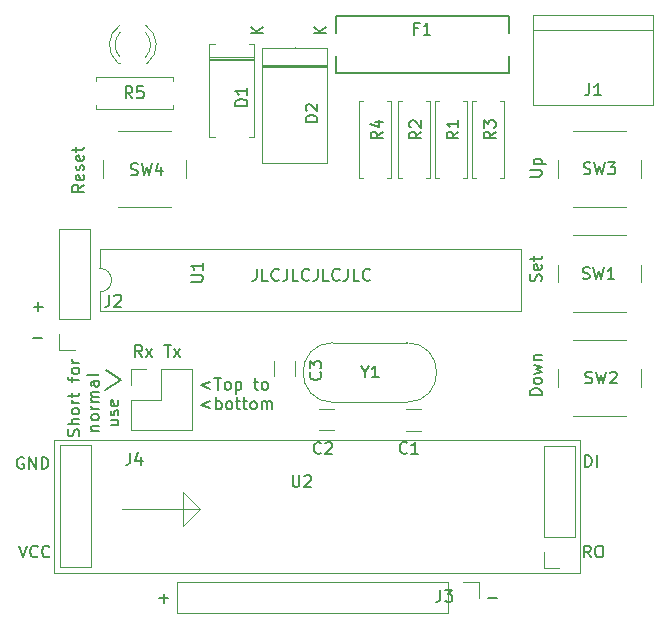
<source format=gbr>
%TF.GenerationSoftware,KiCad,Pcbnew,(5.1.9)-1*%
%TF.CreationDate,2021-02-09T22:22:39+00:00*%
%TF.ProjectId,DMX Relay,444d5820-5265-46c6-9179-2e6b69636164,rev?*%
%TF.SameCoordinates,Original*%
%TF.FileFunction,Legend,Top*%
%TF.FilePolarity,Positive*%
%FSLAX46Y46*%
G04 Gerber Fmt 4.6, Leading zero omitted, Abs format (unit mm)*
G04 Created by KiCad (PCBNEW (5.1.9)-1) date 2021-02-09 22:22:39*
%MOMM*%
%LPD*%
G01*
G04 APERTURE LIST*
%ADD10C,0.150000*%
%ADD11C,0.120000*%
%ADD12C,0.127000*%
G04 APERTURE END LIST*
D10*
X78997500Y-55430714D02*
X78235595Y-55716428D01*
X78997500Y-56002142D01*
X79330833Y-55097380D02*
X79902261Y-55097380D01*
X79616547Y-56097380D02*
X79616547Y-55097380D01*
X80378452Y-56097380D02*
X80283214Y-56049761D01*
X80235595Y-56002142D01*
X80187976Y-55906904D01*
X80187976Y-55621190D01*
X80235595Y-55525952D01*
X80283214Y-55478333D01*
X80378452Y-55430714D01*
X80521309Y-55430714D01*
X80616547Y-55478333D01*
X80664166Y-55525952D01*
X80711785Y-55621190D01*
X80711785Y-55906904D01*
X80664166Y-56002142D01*
X80616547Y-56049761D01*
X80521309Y-56097380D01*
X80378452Y-56097380D01*
X81140357Y-55430714D02*
X81140357Y-56430714D01*
X81140357Y-55478333D02*
X81235595Y-55430714D01*
X81426071Y-55430714D01*
X81521309Y-55478333D01*
X81568928Y-55525952D01*
X81616547Y-55621190D01*
X81616547Y-55906904D01*
X81568928Y-56002142D01*
X81521309Y-56049761D01*
X81426071Y-56097380D01*
X81235595Y-56097380D01*
X81140357Y-56049761D01*
X82664166Y-55430714D02*
X83045119Y-55430714D01*
X82807023Y-55097380D02*
X82807023Y-55954523D01*
X82854642Y-56049761D01*
X82949880Y-56097380D01*
X83045119Y-56097380D01*
X83521309Y-56097380D02*
X83426071Y-56049761D01*
X83378452Y-56002142D01*
X83330833Y-55906904D01*
X83330833Y-55621190D01*
X83378452Y-55525952D01*
X83426071Y-55478333D01*
X83521309Y-55430714D01*
X83664166Y-55430714D01*
X83759404Y-55478333D01*
X83807023Y-55525952D01*
X83854642Y-55621190D01*
X83854642Y-55906904D01*
X83807023Y-56002142D01*
X83759404Y-56049761D01*
X83664166Y-56097380D01*
X83521309Y-56097380D01*
X78997500Y-57080714D02*
X78235595Y-57366428D01*
X78997500Y-57652142D01*
X79473690Y-57747380D02*
X79473690Y-56747380D01*
X79473690Y-57128333D02*
X79568928Y-57080714D01*
X79759404Y-57080714D01*
X79854642Y-57128333D01*
X79902261Y-57175952D01*
X79949880Y-57271190D01*
X79949880Y-57556904D01*
X79902261Y-57652142D01*
X79854642Y-57699761D01*
X79759404Y-57747380D01*
X79568928Y-57747380D01*
X79473690Y-57699761D01*
X80521309Y-57747380D02*
X80426071Y-57699761D01*
X80378452Y-57652142D01*
X80330833Y-57556904D01*
X80330833Y-57271190D01*
X80378452Y-57175952D01*
X80426071Y-57128333D01*
X80521309Y-57080714D01*
X80664166Y-57080714D01*
X80759404Y-57128333D01*
X80807023Y-57175952D01*
X80854642Y-57271190D01*
X80854642Y-57556904D01*
X80807023Y-57652142D01*
X80759404Y-57699761D01*
X80664166Y-57747380D01*
X80521309Y-57747380D01*
X81140357Y-57080714D02*
X81521309Y-57080714D01*
X81283214Y-56747380D02*
X81283214Y-57604523D01*
X81330833Y-57699761D01*
X81426071Y-57747380D01*
X81521309Y-57747380D01*
X81711785Y-57080714D02*
X82092738Y-57080714D01*
X81854642Y-56747380D02*
X81854642Y-57604523D01*
X81902261Y-57699761D01*
X81997500Y-57747380D01*
X82092738Y-57747380D01*
X82568928Y-57747380D02*
X82473690Y-57699761D01*
X82426071Y-57652142D01*
X82378452Y-57556904D01*
X82378452Y-57271190D01*
X82426071Y-57175952D01*
X82473690Y-57128333D01*
X82568928Y-57080714D01*
X82711785Y-57080714D01*
X82807023Y-57128333D01*
X82854642Y-57175952D01*
X82902261Y-57271190D01*
X82902261Y-57556904D01*
X82854642Y-57652142D01*
X82807023Y-57699761D01*
X82711785Y-57747380D01*
X82568928Y-57747380D01*
X83330833Y-57747380D02*
X83330833Y-57080714D01*
X83330833Y-57175952D02*
X83378452Y-57128333D01*
X83473690Y-57080714D01*
X83616547Y-57080714D01*
X83711785Y-57128333D01*
X83759404Y-57223571D01*
X83759404Y-57747380D01*
X83759404Y-57223571D02*
X83807023Y-57128333D01*
X83902261Y-57080714D01*
X84045119Y-57080714D01*
X84140357Y-57128333D01*
X84187976Y-57223571D01*
X84187976Y-57747380D01*
X67854761Y-60024285D02*
X67902380Y-59881428D01*
X67902380Y-59643333D01*
X67854761Y-59548095D01*
X67807142Y-59500476D01*
X67711904Y-59452857D01*
X67616666Y-59452857D01*
X67521428Y-59500476D01*
X67473809Y-59548095D01*
X67426190Y-59643333D01*
X67378571Y-59833809D01*
X67330952Y-59929047D01*
X67283333Y-59976666D01*
X67188095Y-60024285D01*
X67092857Y-60024285D01*
X66997619Y-59976666D01*
X66950000Y-59929047D01*
X66902380Y-59833809D01*
X66902380Y-59595714D01*
X66950000Y-59452857D01*
X67902380Y-59024285D02*
X66902380Y-59024285D01*
X67902380Y-58595714D02*
X67378571Y-58595714D01*
X67283333Y-58643333D01*
X67235714Y-58738571D01*
X67235714Y-58881428D01*
X67283333Y-58976666D01*
X67330952Y-59024285D01*
X67902380Y-57976666D02*
X67854761Y-58071904D01*
X67807142Y-58119523D01*
X67711904Y-58167142D01*
X67426190Y-58167142D01*
X67330952Y-58119523D01*
X67283333Y-58071904D01*
X67235714Y-57976666D01*
X67235714Y-57833809D01*
X67283333Y-57738571D01*
X67330952Y-57690952D01*
X67426190Y-57643333D01*
X67711904Y-57643333D01*
X67807142Y-57690952D01*
X67854761Y-57738571D01*
X67902380Y-57833809D01*
X67902380Y-57976666D01*
X67902380Y-57214761D02*
X67235714Y-57214761D01*
X67426190Y-57214761D02*
X67330952Y-57167142D01*
X67283333Y-57119523D01*
X67235714Y-57024285D01*
X67235714Y-56929047D01*
X67235714Y-56738571D02*
X67235714Y-56357619D01*
X66902380Y-56595714D02*
X67759523Y-56595714D01*
X67854761Y-56548095D01*
X67902380Y-56452857D01*
X67902380Y-56357619D01*
X67235714Y-55405238D02*
X67235714Y-55024285D01*
X67902380Y-55262380D02*
X67045238Y-55262380D01*
X66950000Y-55214761D01*
X66902380Y-55119523D01*
X66902380Y-55024285D01*
X67902380Y-54548095D02*
X67854761Y-54643333D01*
X67807142Y-54690952D01*
X67711904Y-54738571D01*
X67426190Y-54738571D01*
X67330952Y-54690952D01*
X67283333Y-54643333D01*
X67235714Y-54548095D01*
X67235714Y-54405238D01*
X67283333Y-54310000D01*
X67330952Y-54262380D01*
X67426190Y-54214761D01*
X67711904Y-54214761D01*
X67807142Y-54262380D01*
X67854761Y-54310000D01*
X67902380Y-54405238D01*
X67902380Y-54548095D01*
X67902380Y-53786190D02*
X67235714Y-53786190D01*
X67426190Y-53786190D02*
X67330952Y-53738571D01*
X67283333Y-53690952D01*
X67235714Y-53595714D01*
X67235714Y-53500476D01*
X68885714Y-59548095D02*
X69552380Y-59548095D01*
X68980952Y-59548095D02*
X68933333Y-59500476D01*
X68885714Y-59405238D01*
X68885714Y-59262380D01*
X68933333Y-59167142D01*
X69028571Y-59119523D01*
X69552380Y-59119523D01*
X69552380Y-58500476D02*
X69504761Y-58595714D01*
X69457142Y-58643333D01*
X69361904Y-58690952D01*
X69076190Y-58690952D01*
X68980952Y-58643333D01*
X68933333Y-58595714D01*
X68885714Y-58500476D01*
X68885714Y-58357619D01*
X68933333Y-58262380D01*
X68980952Y-58214761D01*
X69076190Y-58167142D01*
X69361904Y-58167142D01*
X69457142Y-58214761D01*
X69504761Y-58262380D01*
X69552380Y-58357619D01*
X69552380Y-58500476D01*
X69552380Y-57738571D02*
X68885714Y-57738571D01*
X69076190Y-57738571D02*
X68980952Y-57690952D01*
X68933333Y-57643333D01*
X68885714Y-57548095D01*
X68885714Y-57452857D01*
X69552380Y-57119523D02*
X68885714Y-57119523D01*
X68980952Y-57119523D02*
X68933333Y-57071904D01*
X68885714Y-56976666D01*
X68885714Y-56833809D01*
X68933333Y-56738571D01*
X69028571Y-56690952D01*
X69552380Y-56690952D01*
X69028571Y-56690952D02*
X68933333Y-56643333D01*
X68885714Y-56548095D01*
X68885714Y-56405238D01*
X68933333Y-56310000D01*
X69028571Y-56262380D01*
X69552380Y-56262380D01*
X69552380Y-55357619D02*
X69028571Y-55357619D01*
X68933333Y-55405238D01*
X68885714Y-55500476D01*
X68885714Y-55690952D01*
X68933333Y-55786190D01*
X69504761Y-55357619D02*
X69552380Y-55452857D01*
X69552380Y-55690952D01*
X69504761Y-55786190D01*
X69409523Y-55833809D01*
X69314285Y-55833809D01*
X69219047Y-55786190D01*
X69171428Y-55690952D01*
X69171428Y-55452857D01*
X69123809Y-55357619D01*
X69552380Y-54738571D02*
X69504761Y-54833809D01*
X69409523Y-54881428D01*
X68552380Y-54881428D01*
X70535714Y-58667142D02*
X71202380Y-58667142D01*
X70535714Y-59095714D02*
X71059523Y-59095714D01*
X71154761Y-59048095D01*
X71202380Y-58952857D01*
X71202380Y-58810000D01*
X71154761Y-58714761D01*
X71107142Y-58667142D01*
X71154761Y-58238571D02*
X71202380Y-58143333D01*
X71202380Y-57952857D01*
X71154761Y-57857619D01*
X71059523Y-57810000D01*
X71011904Y-57810000D01*
X70916666Y-57857619D01*
X70869047Y-57952857D01*
X70869047Y-58095714D01*
X70821428Y-58190952D01*
X70726190Y-58238571D01*
X70678571Y-58238571D01*
X70583333Y-58190952D01*
X70535714Y-58095714D01*
X70535714Y-57952857D01*
X70583333Y-57857619D01*
X71154761Y-57000476D02*
X71202380Y-57095714D01*
X71202380Y-57286190D01*
X71154761Y-57381428D01*
X71059523Y-57429047D01*
X70678571Y-57429047D01*
X70583333Y-57381428D01*
X70535714Y-57286190D01*
X70535714Y-57095714D01*
X70583333Y-57000476D01*
X70678571Y-56952857D01*
X70773809Y-56952857D01*
X70869047Y-57429047D01*
X70107142Y-56095714D02*
X71392857Y-55238571D01*
X70154761Y-54381428D02*
X71440476Y-55238571D01*
X73218095Y-53312380D02*
X72884761Y-52836190D01*
X72646666Y-53312380D02*
X72646666Y-52312380D01*
X73027619Y-52312380D01*
X73122857Y-52360000D01*
X73170476Y-52407619D01*
X73218095Y-52502857D01*
X73218095Y-52645714D01*
X73170476Y-52740952D01*
X73122857Y-52788571D01*
X73027619Y-52836190D01*
X72646666Y-52836190D01*
X73551428Y-53312380D02*
X74075238Y-52645714D01*
X73551428Y-52645714D02*
X74075238Y-53312380D01*
X75075238Y-52312380D02*
X75646666Y-52312380D01*
X75360952Y-53312380D02*
X75360952Y-52312380D01*
X75884761Y-53312380D02*
X76408571Y-52645714D01*
X75884761Y-52645714D02*
X76408571Y-53312380D01*
X64780952Y-49048571D02*
X64019047Y-49048571D01*
X64400000Y-48667619D02*
X64400000Y-49429523D01*
X64750952Y-51678571D02*
X63989047Y-51678571D01*
X82920952Y-45862380D02*
X82920952Y-46576666D01*
X82873333Y-46719523D01*
X82778095Y-46814761D01*
X82635238Y-46862380D01*
X82540000Y-46862380D01*
X83873333Y-46862380D02*
X83397142Y-46862380D01*
X83397142Y-45862380D01*
X84778095Y-46767142D02*
X84730476Y-46814761D01*
X84587619Y-46862380D01*
X84492380Y-46862380D01*
X84349523Y-46814761D01*
X84254285Y-46719523D01*
X84206666Y-46624285D01*
X84159047Y-46433809D01*
X84159047Y-46290952D01*
X84206666Y-46100476D01*
X84254285Y-46005238D01*
X84349523Y-45910000D01*
X84492380Y-45862380D01*
X84587619Y-45862380D01*
X84730476Y-45910000D01*
X84778095Y-45957619D01*
X85492380Y-45862380D02*
X85492380Y-46576666D01*
X85444761Y-46719523D01*
X85349523Y-46814761D01*
X85206666Y-46862380D01*
X85111428Y-46862380D01*
X86444761Y-46862380D02*
X85968571Y-46862380D01*
X85968571Y-45862380D01*
X87349523Y-46767142D02*
X87301904Y-46814761D01*
X87159047Y-46862380D01*
X87063809Y-46862380D01*
X86920952Y-46814761D01*
X86825714Y-46719523D01*
X86778095Y-46624285D01*
X86730476Y-46433809D01*
X86730476Y-46290952D01*
X86778095Y-46100476D01*
X86825714Y-46005238D01*
X86920952Y-45910000D01*
X87063809Y-45862380D01*
X87159047Y-45862380D01*
X87301904Y-45910000D01*
X87349523Y-45957619D01*
X88063809Y-45862380D02*
X88063809Y-46576666D01*
X88016190Y-46719523D01*
X87920952Y-46814761D01*
X87778095Y-46862380D01*
X87682857Y-46862380D01*
X89016190Y-46862380D02*
X88540000Y-46862380D01*
X88540000Y-45862380D01*
X89920952Y-46767142D02*
X89873333Y-46814761D01*
X89730476Y-46862380D01*
X89635238Y-46862380D01*
X89492380Y-46814761D01*
X89397142Y-46719523D01*
X89349523Y-46624285D01*
X89301904Y-46433809D01*
X89301904Y-46290952D01*
X89349523Y-46100476D01*
X89397142Y-46005238D01*
X89492380Y-45910000D01*
X89635238Y-45862380D01*
X89730476Y-45862380D01*
X89873333Y-45910000D01*
X89920952Y-45957619D01*
X90635238Y-45862380D02*
X90635238Y-46576666D01*
X90587619Y-46719523D01*
X90492380Y-46814761D01*
X90349523Y-46862380D01*
X90254285Y-46862380D01*
X91587619Y-46862380D02*
X91111428Y-46862380D01*
X91111428Y-45862380D01*
X92492380Y-46767142D02*
X92444761Y-46814761D01*
X92301904Y-46862380D01*
X92206666Y-46862380D01*
X92063809Y-46814761D01*
X91968571Y-46719523D01*
X91920952Y-46624285D01*
X91873333Y-46433809D01*
X91873333Y-46290952D01*
X91920952Y-46100476D01*
X91968571Y-46005238D01*
X92063809Y-45910000D01*
X92206666Y-45862380D01*
X92301904Y-45862380D01*
X92444761Y-45910000D01*
X92492380Y-45957619D01*
X74659047Y-73741428D02*
X75420952Y-73741428D01*
X75040000Y-74122380D02*
X75040000Y-73360476D01*
X102519047Y-73741428D02*
X103280952Y-73741428D01*
D11*
%TO.C,J3*%
X76200000Y-72360000D02*
X76200000Y-75020000D01*
X99120000Y-72360000D02*
X76200000Y-72360000D01*
X99120000Y-75020000D02*
X76200000Y-75020000D01*
X99120000Y-72360000D02*
X99120000Y-75020000D01*
X100390000Y-72360000D02*
X101720000Y-72360000D01*
X101720000Y-72360000D02*
X101720000Y-73690000D01*
%TO.C,J1*%
X116490000Y-24400000D02*
X106330000Y-24400000D01*
X116490000Y-32020000D02*
X116490000Y-24400000D01*
X106330000Y-32020000D02*
X116490000Y-32020000D01*
X106330000Y-24400000D02*
X106330000Y-32020000D01*
X106330000Y-25670000D02*
X116490000Y-25670000D01*
%TO.C,Y1*%
X89365000Y-52105000D02*
X95615000Y-52105000D01*
X89365000Y-57155000D02*
X95615000Y-57155000D01*
X95615000Y-57155000D02*
G75*
G03*
X95615000Y-52105000I0J2525000D01*
G01*
X89365000Y-57155000D02*
G75*
G02*
X89365000Y-52105000I0J2525000D01*
G01*
%TO.C,J4*%
X72230000Y-59540000D02*
X77430000Y-59540000D01*
X72230000Y-56940000D02*
X72230000Y-59540000D01*
X77430000Y-54340000D02*
X77430000Y-59540000D01*
X72230000Y-56940000D02*
X74830000Y-56940000D01*
X74830000Y-56940000D02*
X74830000Y-54340000D01*
X74830000Y-54340000D02*
X77430000Y-54340000D01*
X72230000Y-55670000D02*
X72230000Y-54340000D01*
X72230000Y-54340000D02*
X73560000Y-54340000D01*
%TO.C,C3*%
X86180000Y-53661000D02*
X86180000Y-54919000D01*
X84340000Y-53661000D02*
X84340000Y-54919000D01*
D12*
%TO.C,F1*%
X89600000Y-24460000D02*
X104300000Y-24460000D01*
X104300000Y-29260000D02*
X89600000Y-29260000D01*
X89600000Y-24460000D02*
X89600000Y-25910000D01*
X89600000Y-27810000D02*
X89600000Y-29260000D01*
X104300000Y-27810000D02*
X104300000Y-29260000D01*
X104300000Y-24460000D02*
X104300000Y-25910000D01*
D11*
%TO.C,U2*%
X108545000Y-71150000D02*
X107215000Y-71150000D01*
X107215000Y-71150000D02*
X107215000Y-69820000D01*
X107215000Y-68550000D02*
X107215000Y-60870000D01*
X109875000Y-60870000D02*
X107215000Y-60870000D01*
X109875000Y-68550000D02*
X109875000Y-60870000D01*
X109875000Y-68550000D02*
X107215000Y-68550000D01*
X66255000Y-60810000D02*
X68915000Y-60810000D01*
X66255000Y-71090000D02*
X68915000Y-71090000D01*
X66255000Y-63410000D02*
X66255000Y-71090000D01*
X68915000Y-60810000D02*
X68915000Y-63910000D01*
X68915000Y-63410000D02*
X68915000Y-71090000D01*
X110285000Y-71600000D02*
X65775000Y-71600000D01*
X65775000Y-71600000D02*
X65775000Y-60310000D01*
X65775000Y-60310000D02*
X110285000Y-60310000D01*
X110285000Y-60310000D02*
X110285000Y-71600000D01*
X66255000Y-60810000D02*
X66255000Y-63410000D01*
X71495000Y-66160000D02*
X78135000Y-66160000D01*
X78135000Y-66160000D02*
X76705000Y-64730000D01*
X76705000Y-64730000D02*
X76705000Y-67590000D01*
X76705000Y-67590000D02*
X78135000Y-66160000D01*
%TO.C,R5*%
X69280000Y-29940000D02*
X69280000Y-29610000D01*
X69280000Y-29610000D02*
X75820000Y-29610000D01*
X75820000Y-29610000D02*
X75820000Y-29940000D01*
X69280000Y-32020000D02*
X69280000Y-32350000D01*
X69280000Y-32350000D02*
X75820000Y-32350000D01*
X75820000Y-32350000D02*
X75820000Y-32020000D01*
%TO.C,R4*%
X93970000Y-31650000D02*
X94300000Y-31650000D01*
X94300000Y-31650000D02*
X94300000Y-38190000D01*
X94300000Y-38190000D02*
X93970000Y-38190000D01*
X91890000Y-31650000D02*
X91560000Y-31650000D01*
X91560000Y-31650000D02*
X91560000Y-38190000D01*
X91560000Y-38190000D02*
X91890000Y-38190000D01*
%TO.C,R3*%
X103540000Y-31650000D02*
X103870000Y-31650000D01*
X103870000Y-31650000D02*
X103870000Y-38190000D01*
X103870000Y-38190000D02*
X103540000Y-38190000D01*
X101460000Y-31650000D02*
X101130000Y-31650000D01*
X101130000Y-31650000D02*
X101130000Y-38190000D01*
X101130000Y-38190000D02*
X101460000Y-38190000D01*
%TO.C,R2*%
X94840000Y-38190000D02*
X95170000Y-38190000D01*
X94840000Y-31650000D02*
X94840000Y-38190000D01*
X95170000Y-31650000D02*
X94840000Y-31650000D01*
X97580000Y-38190000D02*
X97250000Y-38190000D01*
X97580000Y-31650000D02*
X97580000Y-38190000D01*
X97250000Y-31650000D02*
X97580000Y-31650000D01*
%TO.C,R1*%
X100395000Y-31650000D02*
X100725000Y-31650000D01*
X100725000Y-31650000D02*
X100725000Y-38190000D01*
X100725000Y-38190000D02*
X100395000Y-38190000D01*
X98315000Y-31650000D02*
X97985000Y-31650000D01*
X97985000Y-31650000D02*
X97985000Y-38190000D01*
X97985000Y-38190000D02*
X98315000Y-38190000D01*
%TO.C,D3*%
X71184000Y-28450000D02*
X71340000Y-28450000D01*
X73500000Y-28450000D02*
X73656000Y-28450000D01*
X73499837Y-25848870D02*
G75*
G02*
X73500000Y-27930961I-1079837J-1041130D01*
G01*
X71340163Y-25848870D02*
G75*
G03*
X71340000Y-27930961I1079837J-1041130D01*
G01*
X73498608Y-25217665D02*
G75*
G02*
X73655516Y-28450000I-1078608J-1672335D01*
G01*
X71341392Y-25217665D02*
G75*
G03*
X71184484Y-28450000I1078608J-1672335D01*
G01*
%TO.C,D2*%
X88895000Y-27130000D02*
X83325000Y-27130000D01*
X83325000Y-27130000D02*
X83325000Y-36890000D01*
X83325000Y-36890000D02*
X88895000Y-36890000D01*
X88895000Y-36890000D02*
X88895000Y-27130000D01*
X86110000Y-27100000D02*
X86110000Y-27130000D01*
X86110000Y-36920000D02*
X86110000Y-36890000D01*
X88895000Y-28678000D02*
X83325000Y-28678000D01*
X88895000Y-28798000D02*
X83325000Y-28798000D01*
X88895000Y-28558000D02*
X83325000Y-28558000D01*
%TO.C,D1*%
X82230000Y-26820000D02*
X82710000Y-26820000D01*
X82710000Y-26820000D02*
X82710000Y-34660000D01*
X82710000Y-34660000D02*
X82230000Y-34660000D01*
X79350000Y-26820000D02*
X78870000Y-26820000D01*
X78870000Y-26820000D02*
X78870000Y-34660000D01*
X78870000Y-34660000D02*
X79350000Y-34660000D01*
X82710000Y-28080000D02*
X78870000Y-28080000D01*
X82710000Y-28200000D02*
X78870000Y-28200000D01*
X82710000Y-27960000D02*
X78870000Y-27960000D01*
%TO.C,U1*%
X69620000Y-47810000D02*
X69620000Y-49460000D01*
X69620000Y-49460000D02*
X105300000Y-49460000D01*
X105300000Y-49460000D02*
X105300000Y-44160000D01*
X105300000Y-44160000D02*
X69620000Y-44160000D01*
X69620000Y-44160000D02*
X69620000Y-45810000D01*
X69620000Y-45810000D02*
G75*
G02*
X69620000Y-47810000I0J-1000000D01*
G01*
%TO.C,SW4*%
X75680000Y-34150000D02*
X71180000Y-34150000D01*
X76930000Y-38150000D02*
X76930000Y-36650000D01*
X71180000Y-40650000D02*
X75680000Y-40650000D01*
X69930000Y-36650000D02*
X69930000Y-38150000D01*
%TO.C,SW3*%
X108410000Y-36660000D02*
X108410000Y-38160000D01*
X109660000Y-40660000D02*
X114160000Y-40660000D01*
X115410000Y-38160000D02*
X115410000Y-36660000D01*
X114160000Y-34160000D02*
X109660000Y-34160000D01*
%TO.C,SW2*%
X108410000Y-54350000D02*
X108410000Y-55850000D01*
X109660000Y-58350000D02*
X114160000Y-58350000D01*
X115410000Y-55850000D02*
X115410000Y-54350000D01*
X114160000Y-51850000D02*
X109660000Y-51850000D01*
%TO.C,SW1*%
X108410000Y-45505000D02*
X108410000Y-47005000D01*
X109660000Y-49505000D02*
X114160000Y-49505000D01*
X115410000Y-47005000D02*
X115410000Y-45505000D01*
X114160000Y-43005000D02*
X109660000Y-43005000D01*
%TO.C,J2*%
X68820000Y-50140000D02*
X66160000Y-50140000D01*
X68820000Y-50140000D02*
X68820000Y-42460000D01*
X68820000Y-42460000D02*
X66160000Y-42460000D01*
X66160000Y-50140000D02*
X66160000Y-42460000D01*
X66160000Y-52740000D02*
X66160000Y-51410000D01*
X67490000Y-52740000D02*
X66160000Y-52740000D01*
%TO.C,C2*%
X89479000Y-59540000D02*
X88221000Y-59540000D01*
X89479000Y-57700000D02*
X88221000Y-57700000D01*
%TO.C,C1*%
X95521000Y-57750000D02*
X96779000Y-57750000D01*
X95521000Y-59590000D02*
X96779000Y-59590000D01*
%TO.C,J3*%
D10*
X98466666Y-73032380D02*
X98466666Y-73746666D01*
X98419047Y-73889523D01*
X98323809Y-73984761D01*
X98180952Y-74032380D01*
X98085714Y-74032380D01*
X98847619Y-73032380D02*
X99466666Y-73032380D01*
X99133333Y-73413333D01*
X99276190Y-73413333D01*
X99371428Y-73460952D01*
X99419047Y-73508571D01*
X99466666Y-73603809D01*
X99466666Y-73841904D01*
X99419047Y-73937142D01*
X99371428Y-73984761D01*
X99276190Y-74032380D01*
X98990476Y-74032380D01*
X98895238Y-73984761D01*
X98847619Y-73937142D01*
%TO.C,J1*%
X111066666Y-30152380D02*
X111066666Y-30866666D01*
X111019047Y-31009523D01*
X110923809Y-31104761D01*
X110780952Y-31152380D01*
X110685714Y-31152380D01*
X112066666Y-31152380D02*
X111495238Y-31152380D01*
X111780952Y-31152380D02*
X111780952Y-30152380D01*
X111685714Y-30295238D01*
X111590476Y-30390476D01*
X111495238Y-30438095D01*
%TO.C,Y1*%
X92053809Y-54566190D02*
X92053809Y-55042380D01*
X91720476Y-54042380D02*
X92053809Y-54566190D01*
X92387142Y-54042380D01*
X93244285Y-55042380D02*
X92672857Y-55042380D01*
X92958571Y-55042380D02*
X92958571Y-54042380D01*
X92863333Y-54185238D01*
X92768095Y-54280476D01*
X92672857Y-54328095D01*
%TO.C,J4*%
X72196666Y-61432380D02*
X72196666Y-62146666D01*
X72149047Y-62289523D01*
X72053809Y-62384761D01*
X71910952Y-62432380D01*
X71815714Y-62432380D01*
X73101428Y-61765714D02*
X73101428Y-62432380D01*
X72863333Y-61384761D02*
X72625238Y-62099047D01*
X73244285Y-62099047D01*
%TO.C,C3*%
X88287142Y-54616666D02*
X88334761Y-54664285D01*
X88382380Y-54807142D01*
X88382380Y-54902380D01*
X88334761Y-55045238D01*
X88239523Y-55140476D01*
X88144285Y-55188095D01*
X87953809Y-55235714D01*
X87810952Y-55235714D01*
X87620476Y-55188095D01*
X87525238Y-55140476D01*
X87430000Y-55045238D01*
X87382380Y-54902380D01*
X87382380Y-54807142D01*
X87430000Y-54664285D01*
X87477619Y-54616666D01*
X87382380Y-54283333D02*
X87382380Y-53664285D01*
X87763333Y-53997619D01*
X87763333Y-53854761D01*
X87810952Y-53759523D01*
X87858571Y-53711904D01*
X87953809Y-53664285D01*
X88191904Y-53664285D01*
X88287142Y-53711904D01*
X88334761Y-53759523D01*
X88382380Y-53854761D01*
X88382380Y-54140476D01*
X88334761Y-54235714D01*
X88287142Y-54283333D01*
%TO.C,F1*%
X96566666Y-25498571D02*
X96233333Y-25498571D01*
X96233333Y-26022380D02*
X96233333Y-25022380D01*
X96709523Y-25022380D01*
X97614285Y-26022380D02*
X97042857Y-26022380D01*
X97328571Y-26022380D02*
X97328571Y-25022380D01*
X97233333Y-25165238D01*
X97138095Y-25260476D01*
X97042857Y-25308095D01*
%TO.C,U2*%
X85943095Y-63312380D02*
X85943095Y-64121904D01*
X85990714Y-64217142D01*
X86038333Y-64264761D01*
X86133571Y-64312380D01*
X86324047Y-64312380D01*
X86419285Y-64264761D01*
X86466904Y-64217142D01*
X86514523Y-64121904D01*
X86514523Y-63312380D01*
X86943095Y-63407619D02*
X86990714Y-63360000D01*
X87085952Y-63312380D01*
X87324047Y-63312380D01*
X87419285Y-63360000D01*
X87466904Y-63407619D01*
X87514523Y-63502857D01*
X87514523Y-63598095D01*
X87466904Y-63740952D01*
X86895476Y-64312380D01*
X87514523Y-64312380D01*
X111200714Y-70282380D02*
X110867380Y-69806190D01*
X110629285Y-70282380D02*
X110629285Y-69282380D01*
X111010238Y-69282380D01*
X111105476Y-69330000D01*
X111153095Y-69377619D01*
X111200714Y-69472857D01*
X111200714Y-69615714D01*
X111153095Y-69710952D01*
X111105476Y-69758571D01*
X111010238Y-69806190D01*
X110629285Y-69806190D01*
X111819761Y-69282380D02*
X112010238Y-69282380D01*
X112105476Y-69330000D01*
X112200714Y-69425238D01*
X112248333Y-69615714D01*
X112248333Y-69949047D01*
X112200714Y-70139523D01*
X112105476Y-70234761D01*
X112010238Y-70282380D01*
X111819761Y-70282380D01*
X111724523Y-70234761D01*
X111629285Y-70139523D01*
X111581666Y-69949047D01*
X111581666Y-69615714D01*
X111629285Y-69425238D01*
X111724523Y-69330000D01*
X111819761Y-69282380D01*
X110705000Y-62632380D02*
X110705000Y-61632380D01*
X110943095Y-61632380D01*
X111085952Y-61680000D01*
X111181190Y-61775238D01*
X111228809Y-61870476D01*
X111276428Y-62060952D01*
X111276428Y-62203809D01*
X111228809Y-62394285D01*
X111181190Y-62489523D01*
X111085952Y-62584761D01*
X110943095Y-62632380D01*
X110705000Y-62632380D01*
X111705000Y-62632380D02*
X111705000Y-61632380D01*
X62791666Y-69292380D02*
X63125000Y-70292380D01*
X63458333Y-69292380D01*
X64363095Y-70197142D02*
X64315476Y-70244761D01*
X64172619Y-70292380D01*
X64077380Y-70292380D01*
X63934523Y-70244761D01*
X63839285Y-70149523D01*
X63791666Y-70054285D01*
X63744047Y-69863809D01*
X63744047Y-69720952D01*
X63791666Y-69530476D01*
X63839285Y-69435238D01*
X63934523Y-69340000D01*
X64077380Y-69292380D01*
X64172619Y-69292380D01*
X64315476Y-69340000D01*
X64363095Y-69387619D01*
X65363095Y-70197142D02*
X65315476Y-70244761D01*
X65172619Y-70292380D01*
X65077380Y-70292380D01*
X64934523Y-70244761D01*
X64839285Y-70149523D01*
X64791666Y-70054285D01*
X64744047Y-69863809D01*
X64744047Y-69720952D01*
X64791666Y-69530476D01*
X64839285Y-69435238D01*
X64934523Y-69340000D01*
X65077380Y-69292380D01*
X65172619Y-69292380D01*
X65315476Y-69340000D01*
X65363095Y-69387619D01*
X63173095Y-61830000D02*
X63077857Y-61782380D01*
X62935000Y-61782380D01*
X62792142Y-61830000D01*
X62696904Y-61925238D01*
X62649285Y-62020476D01*
X62601666Y-62210952D01*
X62601666Y-62353809D01*
X62649285Y-62544285D01*
X62696904Y-62639523D01*
X62792142Y-62734761D01*
X62935000Y-62782380D01*
X63030238Y-62782380D01*
X63173095Y-62734761D01*
X63220714Y-62687142D01*
X63220714Y-62353809D01*
X63030238Y-62353809D01*
X63649285Y-62782380D02*
X63649285Y-61782380D01*
X64220714Y-62782380D01*
X64220714Y-61782380D01*
X64696904Y-62782380D02*
X64696904Y-61782380D01*
X64935000Y-61782380D01*
X65077857Y-61830000D01*
X65173095Y-61925238D01*
X65220714Y-62020476D01*
X65268333Y-62210952D01*
X65268333Y-62353809D01*
X65220714Y-62544285D01*
X65173095Y-62639523D01*
X65077857Y-62734761D01*
X64935000Y-62782380D01*
X64696904Y-62782380D01*
%TO.C,R5*%
X72383333Y-31412380D02*
X72050000Y-30936190D01*
X71811904Y-31412380D02*
X71811904Y-30412380D01*
X72192857Y-30412380D01*
X72288095Y-30460000D01*
X72335714Y-30507619D01*
X72383333Y-30602857D01*
X72383333Y-30745714D01*
X72335714Y-30840952D01*
X72288095Y-30888571D01*
X72192857Y-30936190D01*
X71811904Y-30936190D01*
X73288095Y-30412380D02*
X72811904Y-30412380D01*
X72764285Y-30888571D01*
X72811904Y-30840952D01*
X72907142Y-30793333D01*
X73145238Y-30793333D01*
X73240476Y-30840952D01*
X73288095Y-30888571D01*
X73335714Y-30983809D01*
X73335714Y-31221904D01*
X73288095Y-31317142D01*
X73240476Y-31364761D01*
X73145238Y-31412380D01*
X72907142Y-31412380D01*
X72811904Y-31364761D01*
X72764285Y-31317142D01*
%TO.C,R4*%
X93562380Y-34246666D02*
X93086190Y-34580000D01*
X93562380Y-34818095D02*
X92562380Y-34818095D01*
X92562380Y-34437142D01*
X92610000Y-34341904D01*
X92657619Y-34294285D01*
X92752857Y-34246666D01*
X92895714Y-34246666D01*
X92990952Y-34294285D01*
X93038571Y-34341904D01*
X93086190Y-34437142D01*
X93086190Y-34818095D01*
X92895714Y-33389523D02*
X93562380Y-33389523D01*
X92514761Y-33627619D02*
X93229047Y-33865714D01*
X93229047Y-33246666D01*
%TO.C,R3*%
X103132380Y-34246666D02*
X102656190Y-34580000D01*
X103132380Y-34818095D02*
X102132380Y-34818095D01*
X102132380Y-34437142D01*
X102180000Y-34341904D01*
X102227619Y-34294285D01*
X102322857Y-34246666D01*
X102465714Y-34246666D01*
X102560952Y-34294285D01*
X102608571Y-34341904D01*
X102656190Y-34437142D01*
X102656190Y-34818095D01*
X102132380Y-33913333D02*
X102132380Y-33294285D01*
X102513333Y-33627619D01*
X102513333Y-33484761D01*
X102560952Y-33389523D01*
X102608571Y-33341904D01*
X102703809Y-33294285D01*
X102941904Y-33294285D01*
X103037142Y-33341904D01*
X103084761Y-33389523D01*
X103132380Y-33484761D01*
X103132380Y-33770476D01*
X103084761Y-33865714D01*
X103037142Y-33913333D01*
%TO.C,R2*%
X96842380Y-34246666D02*
X96366190Y-34580000D01*
X96842380Y-34818095D02*
X95842380Y-34818095D01*
X95842380Y-34437142D01*
X95890000Y-34341904D01*
X95937619Y-34294285D01*
X96032857Y-34246666D01*
X96175714Y-34246666D01*
X96270952Y-34294285D01*
X96318571Y-34341904D01*
X96366190Y-34437142D01*
X96366190Y-34818095D01*
X95937619Y-33865714D02*
X95890000Y-33818095D01*
X95842380Y-33722857D01*
X95842380Y-33484761D01*
X95890000Y-33389523D01*
X95937619Y-33341904D01*
X96032857Y-33294285D01*
X96128095Y-33294285D01*
X96270952Y-33341904D01*
X96842380Y-33913333D01*
X96842380Y-33294285D01*
%TO.C,R1*%
X99987380Y-34246666D02*
X99511190Y-34580000D01*
X99987380Y-34818095D02*
X98987380Y-34818095D01*
X98987380Y-34437142D01*
X99035000Y-34341904D01*
X99082619Y-34294285D01*
X99177857Y-34246666D01*
X99320714Y-34246666D01*
X99415952Y-34294285D01*
X99463571Y-34341904D01*
X99511190Y-34437142D01*
X99511190Y-34818095D01*
X99987380Y-33294285D02*
X99987380Y-33865714D01*
X99987380Y-33580000D02*
X98987380Y-33580000D01*
X99130238Y-33675238D01*
X99225476Y-33770476D01*
X99273095Y-33865714D01*
%TO.C,D2*%
X88042380Y-33428095D02*
X87042380Y-33428095D01*
X87042380Y-33190000D01*
X87090000Y-33047142D01*
X87185238Y-32951904D01*
X87280476Y-32904285D01*
X87470952Y-32856666D01*
X87613809Y-32856666D01*
X87804285Y-32904285D01*
X87899523Y-32951904D01*
X87994761Y-33047142D01*
X88042380Y-33190000D01*
X88042380Y-33428095D01*
X87137619Y-32475714D02*
X87090000Y-32428095D01*
X87042380Y-32332857D01*
X87042380Y-32094761D01*
X87090000Y-31999523D01*
X87137619Y-31951904D01*
X87232857Y-31904285D01*
X87328095Y-31904285D01*
X87470952Y-31951904D01*
X88042380Y-32523333D01*
X88042380Y-31904285D01*
X88762380Y-25921904D02*
X87762380Y-25921904D01*
X88762380Y-25350476D02*
X88190952Y-25779047D01*
X87762380Y-25350476D02*
X88333809Y-25921904D01*
%TO.C,D1*%
X82112380Y-32058095D02*
X81112380Y-32058095D01*
X81112380Y-31820000D01*
X81160000Y-31677142D01*
X81255238Y-31581904D01*
X81350476Y-31534285D01*
X81540952Y-31486666D01*
X81683809Y-31486666D01*
X81874285Y-31534285D01*
X81969523Y-31581904D01*
X82064761Y-31677142D01*
X82112380Y-31820000D01*
X82112380Y-32058095D01*
X82112380Y-30534285D02*
X82112380Y-31105714D01*
X82112380Y-30820000D02*
X81112380Y-30820000D01*
X81255238Y-30915238D01*
X81350476Y-31010476D01*
X81398095Y-31105714D01*
X83442380Y-25921904D02*
X82442380Y-25921904D01*
X83442380Y-25350476D02*
X82870952Y-25779047D01*
X82442380Y-25350476D02*
X83013809Y-25921904D01*
%TO.C,U1*%
X77352380Y-46931904D02*
X78161904Y-46931904D01*
X78257142Y-46884285D01*
X78304761Y-46836666D01*
X78352380Y-46741428D01*
X78352380Y-46550952D01*
X78304761Y-46455714D01*
X78257142Y-46408095D01*
X78161904Y-46360476D01*
X77352380Y-46360476D01*
X78352380Y-45360476D02*
X78352380Y-45931904D01*
X78352380Y-45646190D02*
X77352380Y-45646190D01*
X77495238Y-45741428D01*
X77590476Y-45836666D01*
X77638095Y-45931904D01*
%TO.C,SW4*%
X72256666Y-37884761D02*
X72399523Y-37932380D01*
X72637619Y-37932380D01*
X72732857Y-37884761D01*
X72780476Y-37837142D01*
X72828095Y-37741904D01*
X72828095Y-37646666D01*
X72780476Y-37551428D01*
X72732857Y-37503809D01*
X72637619Y-37456190D01*
X72447142Y-37408571D01*
X72351904Y-37360952D01*
X72304285Y-37313333D01*
X72256666Y-37218095D01*
X72256666Y-37122857D01*
X72304285Y-37027619D01*
X72351904Y-36980000D01*
X72447142Y-36932380D01*
X72685238Y-36932380D01*
X72828095Y-36980000D01*
X73161428Y-36932380D02*
X73399523Y-37932380D01*
X73590000Y-37218095D01*
X73780476Y-37932380D01*
X74018571Y-36932380D01*
X74828095Y-37265714D02*
X74828095Y-37932380D01*
X74590000Y-36884761D02*
X74351904Y-37599047D01*
X74970952Y-37599047D01*
X68272380Y-38738095D02*
X67796190Y-39071428D01*
X68272380Y-39309523D02*
X67272380Y-39309523D01*
X67272380Y-38928571D01*
X67320000Y-38833333D01*
X67367619Y-38785714D01*
X67462857Y-38738095D01*
X67605714Y-38738095D01*
X67700952Y-38785714D01*
X67748571Y-38833333D01*
X67796190Y-38928571D01*
X67796190Y-39309523D01*
X68224761Y-37928571D02*
X68272380Y-38023809D01*
X68272380Y-38214285D01*
X68224761Y-38309523D01*
X68129523Y-38357142D01*
X67748571Y-38357142D01*
X67653333Y-38309523D01*
X67605714Y-38214285D01*
X67605714Y-38023809D01*
X67653333Y-37928571D01*
X67748571Y-37880952D01*
X67843809Y-37880952D01*
X67939047Y-38357142D01*
X68224761Y-37500000D02*
X68272380Y-37404761D01*
X68272380Y-37214285D01*
X68224761Y-37119047D01*
X68129523Y-37071428D01*
X68081904Y-37071428D01*
X67986666Y-37119047D01*
X67939047Y-37214285D01*
X67939047Y-37357142D01*
X67891428Y-37452380D01*
X67796190Y-37500000D01*
X67748571Y-37500000D01*
X67653333Y-37452380D01*
X67605714Y-37357142D01*
X67605714Y-37214285D01*
X67653333Y-37119047D01*
X68224761Y-36261904D02*
X68272380Y-36357142D01*
X68272380Y-36547619D01*
X68224761Y-36642857D01*
X68129523Y-36690476D01*
X67748571Y-36690476D01*
X67653333Y-36642857D01*
X67605714Y-36547619D01*
X67605714Y-36357142D01*
X67653333Y-36261904D01*
X67748571Y-36214285D01*
X67843809Y-36214285D01*
X67939047Y-36690476D01*
X67605714Y-35928571D02*
X67605714Y-35547619D01*
X67272380Y-35785714D02*
X68129523Y-35785714D01*
X68224761Y-35738095D01*
X68272380Y-35642857D01*
X68272380Y-35547619D01*
%TO.C,SW3*%
X110596666Y-37794761D02*
X110739523Y-37842380D01*
X110977619Y-37842380D01*
X111072857Y-37794761D01*
X111120476Y-37747142D01*
X111168095Y-37651904D01*
X111168095Y-37556666D01*
X111120476Y-37461428D01*
X111072857Y-37413809D01*
X110977619Y-37366190D01*
X110787142Y-37318571D01*
X110691904Y-37270952D01*
X110644285Y-37223333D01*
X110596666Y-37128095D01*
X110596666Y-37032857D01*
X110644285Y-36937619D01*
X110691904Y-36890000D01*
X110787142Y-36842380D01*
X111025238Y-36842380D01*
X111168095Y-36890000D01*
X111501428Y-36842380D02*
X111739523Y-37842380D01*
X111930000Y-37128095D01*
X112120476Y-37842380D01*
X112358571Y-36842380D01*
X112644285Y-36842380D02*
X113263333Y-36842380D01*
X112930000Y-37223333D01*
X113072857Y-37223333D01*
X113168095Y-37270952D01*
X113215714Y-37318571D01*
X113263333Y-37413809D01*
X113263333Y-37651904D01*
X113215714Y-37747142D01*
X113168095Y-37794761D01*
X113072857Y-37842380D01*
X112787142Y-37842380D01*
X112691904Y-37794761D01*
X112644285Y-37747142D01*
X106032380Y-38038095D02*
X106841904Y-38038095D01*
X106937142Y-37990476D01*
X106984761Y-37942857D01*
X107032380Y-37847619D01*
X107032380Y-37657142D01*
X106984761Y-37561904D01*
X106937142Y-37514285D01*
X106841904Y-37466666D01*
X106032380Y-37466666D01*
X106365714Y-36990476D02*
X107365714Y-36990476D01*
X106413333Y-36990476D02*
X106365714Y-36895238D01*
X106365714Y-36704761D01*
X106413333Y-36609523D01*
X106460952Y-36561904D01*
X106556190Y-36514285D01*
X106841904Y-36514285D01*
X106937142Y-36561904D01*
X106984761Y-36609523D01*
X107032380Y-36704761D01*
X107032380Y-36895238D01*
X106984761Y-36990476D01*
%TO.C,SW2*%
X110736666Y-55504761D02*
X110879523Y-55552380D01*
X111117619Y-55552380D01*
X111212857Y-55504761D01*
X111260476Y-55457142D01*
X111308095Y-55361904D01*
X111308095Y-55266666D01*
X111260476Y-55171428D01*
X111212857Y-55123809D01*
X111117619Y-55076190D01*
X110927142Y-55028571D01*
X110831904Y-54980952D01*
X110784285Y-54933333D01*
X110736666Y-54838095D01*
X110736666Y-54742857D01*
X110784285Y-54647619D01*
X110831904Y-54600000D01*
X110927142Y-54552380D01*
X111165238Y-54552380D01*
X111308095Y-54600000D01*
X111641428Y-54552380D02*
X111879523Y-55552380D01*
X112070000Y-54838095D01*
X112260476Y-55552380D01*
X112498571Y-54552380D01*
X112831904Y-54647619D02*
X112879523Y-54600000D01*
X112974761Y-54552380D01*
X113212857Y-54552380D01*
X113308095Y-54600000D01*
X113355714Y-54647619D01*
X113403333Y-54742857D01*
X113403333Y-54838095D01*
X113355714Y-54980952D01*
X112784285Y-55552380D01*
X113403333Y-55552380D01*
X107032380Y-56550476D02*
X106032380Y-56550476D01*
X106032380Y-56312380D01*
X106080000Y-56169523D01*
X106175238Y-56074285D01*
X106270476Y-56026666D01*
X106460952Y-55979047D01*
X106603809Y-55979047D01*
X106794285Y-56026666D01*
X106889523Y-56074285D01*
X106984761Y-56169523D01*
X107032380Y-56312380D01*
X107032380Y-56550476D01*
X107032380Y-55407619D02*
X106984761Y-55502857D01*
X106937142Y-55550476D01*
X106841904Y-55598095D01*
X106556190Y-55598095D01*
X106460952Y-55550476D01*
X106413333Y-55502857D01*
X106365714Y-55407619D01*
X106365714Y-55264761D01*
X106413333Y-55169523D01*
X106460952Y-55121904D01*
X106556190Y-55074285D01*
X106841904Y-55074285D01*
X106937142Y-55121904D01*
X106984761Y-55169523D01*
X107032380Y-55264761D01*
X107032380Y-55407619D01*
X106365714Y-54740952D02*
X107032380Y-54550476D01*
X106556190Y-54360000D01*
X107032380Y-54169523D01*
X106365714Y-53979047D01*
X106365714Y-53598095D02*
X107032380Y-53598095D01*
X106460952Y-53598095D02*
X106413333Y-53550476D01*
X106365714Y-53455238D01*
X106365714Y-53312380D01*
X106413333Y-53217142D01*
X106508571Y-53169523D01*
X107032380Y-53169523D01*
%TO.C,SW1*%
X110516666Y-46664761D02*
X110659523Y-46712380D01*
X110897619Y-46712380D01*
X110992857Y-46664761D01*
X111040476Y-46617142D01*
X111088095Y-46521904D01*
X111088095Y-46426666D01*
X111040476Y-46331428D01*
X110992857Y-46283809D01*
X110897619Y-46236190D01*
X110707142Y-46188571D01*
X110611904Y-46140952D01*
X110564285Y-46093333D01*
X110516666Y-45998095D01*
X110516666Y-45902857D01*
X110564285Y-45807619D01*
X110611904Y-45760000D01*
X110707142Y-45712380D01*
X110945238Y-45712380D01*
X111088095Y-45760000D01*
X111421428Y-45712380D02*
X111659523Y-46712380D01*
X111850000Y-45998095D01*
X112040476Y-46712380D01*
X112278571Y-45712380D01*
X113183333Y-46712380D02*
X112611904Y-46712380D01*
X112897619Y-46712380D02*
X112897619Y-45712380D01*
X112802380Y-45855238D01*
X112707142Y-45950476D01*
X112611904Y-45998095D01*
X106984761Y-46900000D02*
X107032380Y-46757142D01*
X107032380Y-46519047D01*
X106984761Y-46423809D01*
X106937142Y-46376190D01*
X106841904Y-46328571D01*
X106746666Y-46328571D01*
X106651428Y-46376190D01*
X106603809Y-46423809D01*
X106556190Y-46519047D01*
X106508571Y-46709523D01*
X106460952Y-46804761D01*
X106413333Y-46852380D01*
X106318095Y-46900000D01*
X106222857Y-46900000D01*
X106127619Y-46852380D01*
X106080000Y-46804761D01*
X106032380Y-46709523D01*
X106032380Y-46471428D01*
X106080000Y-46328571D01*
X106984761Y-45519047D02*
X107032380Y-45614285D01*
X107032380Y-45804761D01*
X106984761Y-45900000D01*
X106889523Y-45947619D01*
X106508571Y-45947619D01*
X106413333Y-45900000D01*
X106365714Y-45804761D01*
X106365714Y-45614285D01*
X106413333Y-45519047D01*
X106508571Y-45471428D01*
X106603809Y-45471428D01*
X106699047Y-45947619D01*
X106365714Y-45185714D02*
X106365714Y-44804761D01*
X106032380Y-45042857D02*
X106889523Y-45042857D01*
X106984761Y-44995238D01*
X107032380Y-44900000D01*
X107032380Y-44804761D01*
%TO.C,J2*%
X70436666Y-48052380D02*
X70436666Y-48766666D01*
X70389047Y-48909523D01*
X70293809Y-49004761D01*
X70150952Y-49052380D01*
X70055714Y-49052380D01*
X70865238Y-48147619D02*
X70912857Y-48100000D01*
X71008095Y-48052380D01*
X71246190Y-48052380D01*
X71341428Y-48100000D01*
X71389047Y-48147619D01*
X71436666Y-48242857D01*
X71436666Y-48338095D01*
X71389047Y-48480952D01*
X70817619Y-49052380D01*
X71436666Y-49052380D01*
%TO.C,C2*%
X88343333Y-61427142D02*
X88295714Y-61474761D01*
X88152857Y-61522380D01*
X88057619Y-61522380D01*
X87914761Y-61474761D01*
X87819523Y-61379523D01*
X87771904Y-61284285D01*
X87724285Y-61093809D01*
X87724285Y-60950952D01*
X87771904Y-60760476D01*
X87819523Y-60665238D01*
X87914761Y-60570000D01*
X88057619Y-60522380D01*
X88152857Y-60522380D01*
X88295714Y-60570000D01*
X88343333Y-60617619D01*
X88724285Y-60617619D02*
X88771904Y-60570000D01*
X88867142Y-60522380D01*
X89105238Y-60522380D01*
X89200476Y-60570000D01*
X89248095Y-60617619D01*
X89295714Y-60712857D01*
X89295714Y-60808095D01*
X89248095Y-60950952D01*
X88676666Y-61522380D01*
X89295714Y-61522380D01*
%TO.C,C1*%
X95633333Y-61407142D02*
X95585714Y-61454761D01*
X95442857Y-61502380D01*
X95347619Y-61502380D01*
X95204761Y-61454761D01*
X95109523Y-61359523D01*
X95061904Y-61264285D01*
X95014285Y-61073809D01*
X95014285Y-60930952D01*
X95061904Y-60740476D01*
X95109523Y-60645238D01*
X95204761Y-60550000D01*
X95347619Y-60502380D01*
X95442857Y-60502380D01*
X95585714Y-60550000D01*
X95633333Y-60597619D01*
X96585714Y-61502380D02*
X96014285Y-61502380D01*
X96300000Y-61502380D02*
X96300000Y-60502380D01*
X96204761Y-60645238D01*
X96109523Y-60740476D01*
X96014285Y-60788095D01*
%TD*%
M02*

</source>
